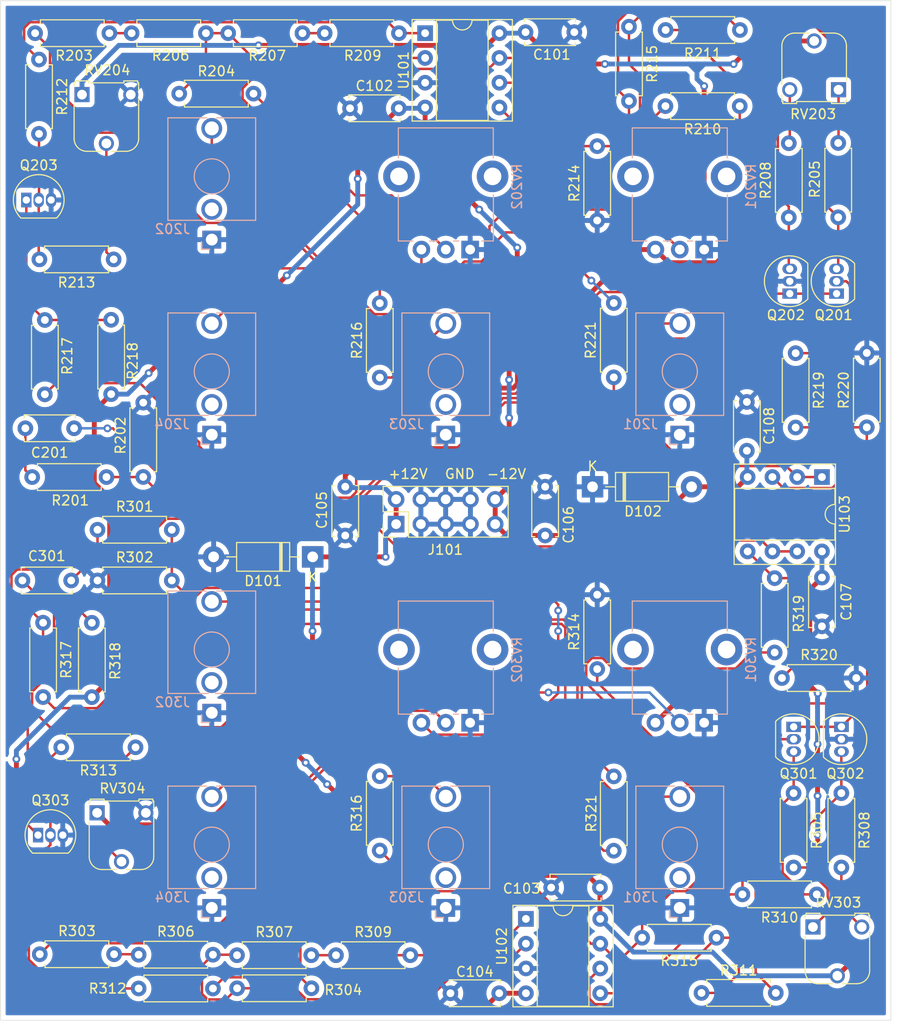
<source format=kicad_pcb>
(kicad_pcb (version 20211014) (generator pcbnew)
  (title_block (title "VCA") (date "2021-06-01") (rev "1.0"))
  (layers (0 "F.Cu" signal) (31 "B.Cu" signal) (34 "B.Paste" user) (35 "F.Paste" user) (36 "B.SilkS" user "B.Silkscreen") (37 "F.SilkS" user "F.Silkscreen") (38 "B.Mask" user) (39 "F.Mask" user) (44 "Edge.Cuts" user))
  (net 0 "")
  (net 1 "GND")
  (net 2 "+12V")
  (net 3 "-12V")
  (net 4 "Net-(C201-Pad2)")
  (net 5 "Net-(C201-Pad1)")
  (net 6 "Net-(C301-Pad1)")
  (net 7 "Net-(C301-Pad2)")
  (net 9 "Net-(J202-PadT)")
  (net 12 "Net-(J203-PadT)")
  (net 13 "Net-(J204-PadT)")
  (net 17 "Net-(J302-PadT)")
  (net 18 "Net-(J303-PadT)")
  (net 21 "Net-(J304-PadT)")
  (net 22 "Net-(Q201-Pad2)")
  (net 23 "Net-(Q201-Pad3)")
  (net 24 "Net-(Q201-Pad1)")
  (net 25 "Net-(Q202-Pad3)")
  (net 26 "Net-(Q203-Pad2)")
  (net 27 "Net-(Q203-Pad1)")
  (net 28 "Net-(Q301-Pad1)")
  (net 29 "Net-(Q301-Pad3)")
  (net 30 "Net-(Q301-Pad2)")
  (net 31 "Net-(Q302-Pad3)")
  (net 32 "Net-(Q303-Pad1)")
  (net 33 "Net-(Q303-Pad2)")
  (net 34 "Net-(R203-Pad2)")
  (net 35 "Net-(R203-Pad1)")
  (net 36 "Net-(R204-Pad1)")
  (net 37 "Net-(R204-Pad2)")
  (net 38 "Net-(R205-Pad2)")
  (net 39 "Net-(R207-Pad2)")
  (net 40 "Net-(R208-Pad2)")
  (net 41 "Net-(R209-Pad2)")
  (net 42 "Net-(R210-Pad2)")
  (net 43 "Net-(R211-Pad2)")
  (net 44 "Net-(R213-Pad1)")
  (net 45 "Net-(R215-Pad2)")
  (net 46 "Net-(R219-Pad2)")
  (net 47 "Net-(R221-Pad1)")
  (net 48 "Net-(R303-Pad2)")
  (net 49 "Net-(R303-Pad1)")
  (net 50 "Net-(R304-Pad1)")
  (net 51 "Net-(R304-Pad2)")
  (net 52 "Net-(R305-Pad2)")
  (net 53 "Net-(R307-Pad2)")
  (net 54 "Net-(R308-Pad2)")
  (net 55 "Net-(R309-Pad2)")
  (net 56 "Net-(R310-Pad2)")
  (net 57 "Net-(R311-Pad2)")
  (net 58 "Net-(R313-Pad1)")
  (net 59 "Net-(R315-Pad2)")
  (net 60 "Net-(R319-Pad2)")
  (net 61 "Net-(R321-Pad1)")
  (footprint "Capacitor_THT:C_Disc_D5.0mm_W2.5mm_P5.00mm" (layer "F.Cu") (at 160.932 48.224)
    (fp_text reference "C101")
    (fp_text value "10n")
  )
  (footprint "Capacitor_THT:C_Disc_D5.0mm_W2.5mm_P5.00mm" (layer "F.Cu") (at 147.932 56.024 180)
    (fp_text reference "C102")
    (fp_text value "10n")
  )
  (footprint "Capacitor_THT:C_Disc_D5.0mm_W2.5mm_P5.00mm" (layer "F.Cu") (at 168.562 135.904 180)
    (fp_text reference "C103")
    (fp_text value "10n")
  )
  (footprint "Capacitor_THT:C_Disc_D5.0mm_W2.5mm_P5.00mm" (layer "F.Cu") (at 158.232 146.734 180)
    (fp_text reference "C104")
    (fp_text value "10n")
  )
  (footprint "Capacitor_THT:C_Disc_D5.0mm_W2.5mm_P5.00mm" (layer "F.Cu") (at 142.442 94.814 -90)
    (fp_text reference "C105")
    (fp_text value "0.1u")
  )
  (footprint "Capacitor_THT:C_Disc_D5.0mm_W2.5mm_P5.00mm" (layer "F.Cu") (at 162.942 94.814 -90)
    (fp_text reference "C106")
    (fp_text value "0.1u")
  )
  (footprint "Capacitor_THT:C_Disc_D5.0mm_W2.5mm_P5.00mm" (layer "F.Cu") (at 191.332 104.124 -90)
    (fp_text reference "C107")
    (fp_text value "10n")
  )
  (footprint "Capacitor_THT:C_Disc_D5.0mm_W2.5mm_P5.00mm" (layer "F.Cu") (at 183.632 91.124 90)
    (fp_text reference "C108")
    (fp_text value "10n")
  )
  (footprint "Capacitor_THT:C_Disc_D5.0mm_W2.5mm_P5.00mm" (layer "F.Cu") (at 114.632 88.824 180)
    (fp_text reference "C201")
    (fp_text value "10u")
  )
  (footprint "Capacitor_THT:C_Disc_D5.0mm_W2.5mm_P5.00mm" (layer "F.Cu") (at 109.332 104.424)
    (fp_text reference "C301")
    (fp_text value "10u")
  )
  (footprint "Package_TO_SOT_THT:TO-92_Inline" (layer "F.Cu") (at 192.832 75.024 90)
    (fp_text reference "Q201")
    (fp_text value "2N3904")
  )
  (footprint "Package_TO_SOT_THT:TO-92_Inline" (layer "F.Cu") (at 188.032 75.024 90)
    (fp_text reference "Q202")
    (fp_text value "2N3904")
  )
  (footprint "Package_TO_SOT_THT:TO-92_Inline" (layer "F.Cu") (at 109.732 65.424)
    (fp_text reference "Q203")
    (fp_text value "2N3904")
  )
  (footprint "Package_TO_SOT_THT:TO-92_Inline" (layer "F.Cu") (at 188.432 119.424 -90)
    (fp_text reference "Q301")
    (fp_text value "2N3904")
  )
  (footprint "Package_TO_SOT_THT:TO-92_Inline" (layer "F.Cu") (at 193.332 119.424 -90)
    (fp_text reference "Q302")
    (fp_text value "2N3904")
  )
  (footprint "Package_TO_SOT_THT:TO-92_Inline" (layer "F.Cu") (at 110.932 130.524)
    (fp_text reference "Q303")
    (fp_text value "2N3904")
  )
  (footprint "Resistor_THT:R_Axial_DIN0207_L6.3mm_D2.5mm_P7.62mm_Horizontal" (layer "F.Cu") (at 110.332 93.824)
    (fp_text reference "R201")
    (fp_text value "220k")
  )
  (footprint "Resistor_THT:R_Axial_DIN0207_L6.3mm_D2.5mm_P7.62mm_Horizontal" (layer "F.Cu") (at 121.722 86.194 -90)
    (fp_text reference "R202")
    (fp_text value "1k")
  )
  (footprint "Resistor_THT:R_Axial_DIN0207_L6.3mm_D2.5mm_P7.62mm_Horizontal" (layer "F.Cu") (at 133.032 54.524 180)
    (fp_text reference "R204")
    (fp_text value "470k")
  )
  (footprint "Resistor_THT:R_Axial_DIN0207_L6.3mm_D2.5mm_P7.62mm_Horizontal" (layer "F.Cu") (at 193 67.2 90)
    (fp_text reference "R205")
    (fp_text value "150k")
  )
  (footprint "Resistor_THT:R_Axial_DIN0207_L6.3mm_D2.5mm_P7.62mm_Horizontal" (layer "F.Cu") (at 120.532 48.324)
    (fp_text reference "R206")
    (fp_text value "330k")
  )
  (footprint "Resistor_THT:R_Axial_DIN0207_L6.3mm_D2.5mm_P7.62mm_Horizontal" (layer "F.Cu") (at 130.432 48.324)
    (fp_text reference "R207")
    (fp_text value "100k")
  )
  (footprint "Resistor_THT:R_Axial_DIN0207_L6.3mm_D2.5mm_P7.62mm_Horizontal" (layer "F.Cu") (at 140.332 48.324)
    (fp_text reference "R209")
    (fp_text value "22k")
  )
  (footprint "Resistor_THT:R_Axial_DIN0207_L6.3mm_D2.5mm_P7.62mm_Horizontal" (layer "F.Cu") (at 111.032 51.024 -90)
    (fp_text reference "R212")
    (fp_text value "22k")
  )
  (footprint "Resistor_THT:R_Axial_DIN0207_L6.3mm_D2.5mm_P7.62mm_Horizontal" (layer "F.Cu") (at 118.692 71.514 180)
    (fp_text reference "R213")
    (fp_text value "22k")
  )
  (footprint "Resistor_THT:R_Axial_DIN0207_L6.3mm_D2.5mm_P7.62mm_Horizontal" (layer "F.Cu") (at 168.282 59.904 -90)
    (fp_text reference "R214")
    (fp_text value "330k")
  )
  (footprint "Resistor_THT:R_Axial_DIN0207_L6.3mm_D2.5mm_P7.62mm_Horizontal" (layer "F.Cu") (at 171.542 47.664 -90)
    (fp_text reference "R215")
    (fp_text value "330k")
  )
  (footprint "Resistor_THT:R_Axial_DIN0207_L6.3mm_D2.5mm_P7.62mm_Horizontal" (layer "F.Cu") (at 145.982 76.004 -90)
    (fp_text reference "R216")
    (fp_text value "1k")
  )
  (footprint "Resistor_THT:R_Axial_DIN0207_L6.3mm_D2.5mm_P7.62mm_Horizontal" (layer "F.Cu") (at 111.632 77.724 -90)
    (fp_text reference "R217")
    (fp_text value "22k")
  )
  (footprint "Resistor_THT:R_Axial_DIN0207_L6.3mm_D2.5mm_P7.62mm_Horizontal" (layer "F.Cu") (at 118.432 85.324 90)
    (fp_text reference "R218")
    (fp_text value "10k")
  )
  (footprint "Resistor_THT:R_Axial_DIN0207_L6.3mm_D2.5mm_P7.62mm_Horizontal" (layer "F.Cu") (at 188.632 81.124 -90)
    (fp_text reference "R219")
    (fp_text value "5.6k")
  )
  (footprint "Resistor_THT:R_Axial_DIN0207_L6.3mm_D2.5mm_P7.62mm_Horizontal" (layer "F.Cu") (at 195.932 88.724 90)
    (fp_text reference "R220")
    (fp_text value "1.5k")
  )
  (footprint "Resistor_THT:R_Axial_DIN0207_L6.3mm_D2.5mm_P7.62mm_Horizontal" (layer "F.Cu") (at 169.982 83.604 90)
    (fp_text reference "R221")
    (fp_text value "1k")
  )
  (footprint "Resistor_THT:R_Axial_DIN0207_L6.3mm_D2.5mm_P7.62mm_Horizontal" (layer "F.Cu") (at 117.032 99.224)
    (fp_text reference "R301")
    (fp_text value "220k")
  )
  (footprint "Resistor_THT:R_Axial_DIN0207_L6.3mm_D2.5mm_P7.62mm_Horizontal" (layer "F.Cu") (at 117.032 104.424)
    (fp_text reference "R302")
    (fp_text value "1k")
  )
  (footprint "Resistor_THT:R_Axial_DIN0207_L6.3mm_D2.5mm_P7.62mm_Horizontal" (layer "F.Cu") (at 111.112 142.734)
    (fp_text reference "R303")
    (fp_text value "220k")
  )
  (footprint "Resistor_THT:R_Axial_DIN0207_L6.3mm_D2.5mm_P7.62mm_Horizontal" (layer "F.Cu") (at 138.972 146.224 180)
    (fp_text reference "R304")
    (fp_text value "470k")
  )
  (footprint "Resistor_THT:R_Axial_DIN0207_L6.3mm_D2.5mm_P7.62mm_Horizontal" (layer "F.Cu") (at 188.422 126.224 -90)
    (fp_text reference "R305")
    (fp_text value "150k")
  )
  (footprint "Resistor_THT:R_Axial_DIN0207_L6.3mm_D2.5mm_P7.62mm_Horizontal" (layer "F.Cu") (at 121.252 142.784)
    (fp_text reference "R306")
    (fp_text value "330k")
  )
  (footprint "Resistor_THT:R_Axial_DIN0207_L6.3mm_D2.5mm_P7.62mm_Horizontal" (layer "F.Cu") (at 131.342 142.834)
    (fp_text reference "R307")
    (fp_text value "100k")
  )
  (footprint "Resistor_THT:R_Axial_DIN0207_L6.3mm_D2.5mm_P7.62mm_Horizontal" (layer "F.Cu") (at 193.322 126.224 -90)
    (fp_text reference "R308")
    (fp_text value "150k")
  )
  (footprint "Resistor_THT:R_Axial_DIN0207_L6.3mm_D2.5mm_P7.62mm_Horizontal" (layer "F.Cu") (at 141.492 142.834)
    (fp_text reference "R309")
    (fp_text value "22k")
  )
  (footprint "Resistor_THT:R_Axial_DIN0207_L6.3mm_D2.5mm_P7.62mm_Horizontal" (layer "F.Cu") (at 128.872 146.244 180)
    (fp_text reference "R312")
    (fp_text value "22k")
  )
  (footprint "Resistor_THT:R_Axial_DIN0207_L6.3mm_D2.5mm_P7.62mm_Horizontal" (layer "F.Cu") (at 120.932 121.524 180)
    (fp_text reference "R313")
    (fp_text value "22k")
  )
  (footprint "Resistor_THT:R_Axial_DIN0207_L6.3mm_D2.5mm_P7.62mm_Horizontal" (layer "F.Cu") (at 168.282 113.504 90)
    (fp_text reference "R314")
    (fp_text value "330k")
  )
  (footprint "Resistor_THT:R_Axial_DIN0207_L6.3mm_D2.5mm_P7.62mm_Horizontal" (layer "F.Cu") (at 180.512 141.044 180)
    (fp_text reference "R315")
    (fp_text value "330k")
  )
  (footprint "Resistor_THT:R_Axial_DIN0207_L6.3mm_D2.5mm_P7.62mm_Horizontal" (layer "F.Cu") (at 145.982 132.104 90)
    (fp_text reference "R316")
    (fp_text value "1k")
  )
  (footprint "Resistor_THT:R_Axial_DIN0207_L6.3mm_D2.5mm_P7.62mm_Horizontal" (layer "F.Cu") (at 111.452 108.754 -90)
    (fp_text reference "R317")
    (fp_text value "22k")
  )
  (footprint "Resistor_THT:R_Axial_DIN0207_L6.3mm_D2.5mm_P7.62mm_Horizontal" (layer "F.Cu") (at 116.452 116.384 90)
    (fp_text reference "R318")
    (fp_text value "10k")
  )
  (footprint "Resistor_THT:R_Axial_DIN0207_L6.3mm_D2.5mm_P7.62mm_Horizontal" (layer "F.Cu") (at 186.482 111.804 90)
    (fp_text reference "R319")
    (fp_text value "5.6k")
  )
  (footprint "Resistor_THT:R_Axial_DIN0207_L6.3mm_D2.5mm_P7.62mm_Horizontal" (layer "F.Cu") (at 187.232 114.424)
    (fp_text reference "R320")
    (fp_text value "1.5k")
  )
  (footprint "Resistor_THT:R_Axial_DIN0207_L6.3mm_D2.5mm_P7.62mm_Horizontal" (layer "F.Cu") (at 169.982 124.504 -90)
    (fp_text reference "R321")
    (fp_text value "1k")
  )
  (footprint "Potentiometer_THT:Potentiometer_Runtron_RM-065_Vertical" (layer "F.Cu") (at 193.032 54.124 180)
    (fp_text reference "RV203")
    (fp_text value "10k")
  )
  (footprint "Potentiometer_THT:Potentiometer_Runtron_RM-065_Vertical" (layer "F.Cu") (at 115.442 54.624)
    (fp_text reference "RV204")
    (fp_text value "10k")
  )
  (footprint "Potentiometer_THT:Potentiometer_Runtron_RM-065_Vertical" (layer "F.Cu") (at 190.412 139.944)
    (fp_text reference "RV303")
    (fp_text value "10k")
  )
  (footprint "Potentiometer_THT:Potentiometer_Runtron_RM-065_Vertical" (layer "F.Cu") (at 116.992 128.244)
    (fp_text reference "RV304")
    (fp_text value "10k")
  )
  (footprint "Package_DIP:DIP-8_W7.62mm_Socket" (layer "F.Cu") (at 150.632 48.324)
    (fp_text reference "U101")
    (fp_text value "TL072")
  )
  (footprint "Package_DIP:DIP-8_W7.62mm_Socket" (layer "F.Cu") (at 160.972 139.114)
    (fp_text reference "U102")
    (fp_text value "TL072")
  )
  (footprint "Package_DIP:DIP-8_W7.62mm_Socket" (layer "F.Cu") (at 191.332 93.824 -90)
    (fp_text reference "U103")
    (fp_text value "TL072")
  )
  (footprint "Resistor_THT:R_Axial_DIN0207_L6.3mm_D2.5mm_P7.62mm_Horizontal" (layer "F.Cu") (at 110.632 48.324)
    (fp_text reference "R203")
    (fp_text value "220k")
  )
  (footprint "Connector_PinHeader_2.54mm:PinHeader_2x05_P2.54mm_Vertical" (layer "F.Cu") (at 147.66 98.65 90)
    (fp_text reference "J101")
    (fp_text value "Conn_02x05_Odd_Even")
  )
  (footprint "Resistor_THT:R_Axial_DIN0207_L6.3mm_D2.5mm_P7.62mm_Horizontal" (layer "F.Cu") (at 187.932 67.224 90)
    (fp_text reference "R208")
    (fp_text value "150k")
  )
  (footprint "Diode_THT:D_DO-41_SOD81_P10.16mm_Horizontal" (layer "F.Cu") (at 139.102 102.004 180)
    (fp_text reference "D101")
    (fp_text value "1N5819")
  )
  (footprint "Diode_THT:D_DO-41_SOD81_P10.16mm_Horizontal" (layer "F.Cu") (at 167.802 94.824)
    (fp_text reference "D102")
    (fp_text value "1N5819")
  )
  (footprint "Resistor_THT:R_Axial_DIN0207_L6.3mm_D2.5mm_P7.62mm_Horizontal" (layer "F.Cu") (at 182.9 55.8 180)
    (fp_text reference "R210")
    (fp_text value "10k")
  )
  (footprint "Resistor_THT:R_Axial_DIN0207_L6.3mm_D2.5mm_P7.62mm_Horizontal" (layer "F.Cu") (at 175.3 48)
    (fp_text reference "R211")
    (fp_text value "10k")
  )
  (footprint "Resistor_THT:R_Axial_DIN0207_L6.3mm_D2.5mm_P7.62mm_Horizontal" (layer "F.Cu") (at 190.8 136.6 180)
    (fp_text reference "R310")
    (fp_text value "10k")
  )
  (footprint "Resistor_THT:R_Axial_DIN0207_L6.3mm_D2.5mm_P7.62mm_Horizontal" (layer "F.Cu") (at 186.6 146.7 180)
    (fp_text reference "R311")
    (fp_text value "10k")
  )
  (footprint "Connector_Audio:Jack_3.5mm_QingPu_WQP-PJ398SM_Vertical_CircularHoles" (layer "B.Cu") (at 176.752 89.484)
    (fp_text reference "J201")
    (fp_text value "AudioJack2_SwitchT")
  )
  (footprint "Connector_Audio:Jack_3.5mm_QingPu_WQP-PJ398SM_Vertical_CircularHoles" (layer "B.Cu") (at 152.752 89.484)
    (fp_text reference "J203")
    (fp_text value "AudioJack2_SwitchT")
  )
  (footprint "Connector_Audio:Jack_3.5mm_QingPu_WQP-PJ398SM_Vertical_CircularHoles" (layer "B.Cu") (at 128.752 89.484)
    (fp_text reference "J204")
    (fp_text value "AudioJack2_SwitchT")
  )
  (footprint "Connector_Audio:Jack_3.5mm_QingPu_WQP-PJ398SM_Vertical_CircularHoles" (layer "B.Cu") (at 176.752 137.984)
    (fp_text reference "J301")
    (fp_text value "AudioJack2_SwitchT")
  )
  (footprint "Connector_Audio:Jack_3.5mm_QingPu_WQP-PJ398SM_Vertical_CircularHoles" (layer "B.Cu") (at 128.752 117.984)
    (fp_text reference "J302")
    (fp_text value "AudioJack2_SwitchT")
  )
  (footprint "Connector_Audio:Jack_3.5mm_QingPu_WQP-PJ398SM_Vertical_CircularHoles" (layer "B.Cu") (at 152.752 137.984)
    (fp_text reference "J303")
    (fp_text value "AudioJack2_SwitchT")
  )
  (footprint "Connector_Audio:Jack_3.5mm_QingPu_WQP-PJ398SM_Vertical_CircularHoles" (layer "B.Cu") (at 128.752 137.984)
    (fp_text reference "J304")
    (fp_text value "AudioJack2_SwitchT")
  )
  (footprint "Potentiometer_THT:Potentiometer_Alpha_RD901F-40-00D_Single_Vertical_CircularHoles" (layer "B.Cu") (at 179.252 119.004 90)
    (fp_text reference "RV301")
    (fp_text value "50k")
  )
  (footprint "Potentiometer_THT:Potentiometer_Alpha_RD901F-40-00D_Single_Vertical_CircularHoles" (layer "B.Cu") (at 155.252 119.004 90)
    (fp_text reference "RV302")
    (fp_text value "50k")
  )
  (footprint "Potentiometer_THT:Potentiometer_Alpha_RD901F-40-00D_Single_Vertical_CircularHoles" (layer "B.Cu") (at 155.252 70.504 90)
    (fp_text reference "RV202")
    (fp_text value "50k")
  )
  (footprint "Potentiometer_THT:Potentiometer_Alpha_RD901F-40-00D_Single_Vertical_CircularHoles" (layer "B.Cu") (at 179.252 70.504 90)
    (fp_text reference "RV201")
    (fp_text value "50k")
  )
  (footprint "Connector_Audio:Jack_3.5mm_QingPu_WQP-PJ398SM_Vertical_CircularHoles" (layer "B.Cu") (at 128.752 69.484)
    (fp_text reference "J202")
    (fp_text value "AudioJack2_SwitchT")
  )
  (gr_line (start 107.1 45) (end 107.1 149.5) (layer "Edge.Cuts") (width 0.05))
  (gr_line (start 198.4 149.5) (end 198.4 45) (layer "Edge.Cuts") (width 0.05))
  (gr_line (start 198.4 45) (end 107.1 45) (layer "Edge.Cuts") (width 0.05))
  (gr_line (start 107.1 149.5) (end 198.4 149.5) (layer "Edge.Cuts") (width 0.05))
  (gr_text "+12V" (at 148.882 93.504) (layer "F.SilkS") (effects (font (size 1 1))))
  (gr_text "-12V" (at 158.982 93.504) (layer "F.SilkS") (effects (font (size 1 1))))
  (gr_text "GND" (at 154.192 93.504) (layer "F.SilkS") (effects (font (size 1 1))))
  (segment (start 179.25 64.972) (end 182.382 68.104) (width 0.5) (layer "F.Cu") (net 2))
  (segment (start 190.192001 115.493999) (end 190.292 115.394) (width 0.5) (layer "F.Cu") (net 2))
  (segment (start 179.25 53.75) (end 179.25 64.972) (width 0.5) (layer "F.Cu") (net 2))
  (segment (start 159.660001 84.704001) (end 158.202001 84.704001) (width 0.5) (layer "F.Cu") (net 2))
  (segment (start 137.078101 120.500101) (end 139.082 118.496202) (width 0.5) (layer "F.Cu") (net 2))
  (segment (start 182.272 51.494) (end 184.642 49.124) (width 0.5) (layer "F.Cu") (net 2))
  (segment (start 136.478101 121.200101) (end 136.478101 121.100101) (width 0.5) (layer "F.Cu") (net 2))
  (segment (start 190.081999 115.183999) (end 190.292 115.394) (width 0.5) (layer "F.Cu") (net 2))
  (segment (start 190.882 126.504) (end 190.882 121.204) (width 0.5) (layer "F.Cu") (net 2))
  (segment (start 188.817008 116.44899) (end 176.80701 116.44899) (width 0.5) (layer "F.Cu") (net 2))
  (segment (start 155.982 88.944002) (end 154.022002 90.904) (width 0.5) (layer "F.Cu") (net 2))
  (segment (start 139.102 102.004) (end 146.582 102.004) (width 0.5) (layer "F.Cu") (net 2))
  (segment (start 155.982 86.924002) (end 155.982 88.944002) (width 0.5) (layer "F.Cu") (net 2))
  (segment (start 154.892 128.804) (end 144.082 128.804) (width 0.5) (layer "F.Cu") (net 2))
  (segment (start 190.902 134.223812) (end 192.74699 136.068802) (width 0.5) (layer "F.Cu") (net 2))
  (segment (start 144.082 128.804) (end 140.582 125.304) (width 0.5) (layer "F.Cu") (net 2))
  (segment (start 154.022002 90.904) (end 145.182 90.904) (width 0.5) (layer "F.Cu") (net 2))
  (segment (start 125.816999 129.469001) (end 128.109201 129.469001) (width 0.5) (layer "F.Cu") (net 2))
  (segment (start 142.442 93.644) (end 142.442 94.814) (width 0.5) (layer "F.Cu") (net 2))
  (segment (start 147.66 96.11) (end 147.66 98.65) (width 0.5) (layer "F.Cu") (net 2))
  (segment (start 194.612 143.244) (end 192.912 144.944) (width 0.5) (layer "F.Cu") (net 2))
  (segment (start 136.882 121.604) (end 136.478101 121.200101) (width 0.5) (layer "F.Cu") (net 2))
  (segment (start 190.292 115.394) (end 190.902 116.004) (width 0.5) (layer "F.Cu") (net 2))
  (segment (start 172.072 70.504) (end 160.102001 82.473999) (width 0.5) (layer "F.Cu") (net 2))
  (segment (start 160.741999 134.653999) (end 154.892 128.804) (width 0.5) (layer "F.Cu") (net 2))
  (segment (start 194.612 141.464) (end 194.612 143.244) (width 0.5) (layer "F.Cu") (net 2))
  (segment (start 189.771999 115.493999) (end 190.081999 115.183999) (width 0.5) (layer "F.Cu") (net 2))
  (segment (start 189.771999 115.493999) (end 188.817008 116.44899) (width 0.5) (layer "F.Cu") (net 2))
  (segment (start 190.902 130.514) (end 190.902 134.223812) (width 0.5) (layer "F.Cu") (net 2))
  (segment (start 135.828101 121.750101) (end 136.478101 121.100101) (width 0.5) (layer "F.Cu") (net 2))
  (segment (start 160.102001 84.262001) (end 159.660001 84.704001) (width 0.5) (layer "F.Cu") (net 2))
  (segment (start 133.542 49.574) (end 157.002 49.574) (width 0.5) (layer "F.Cu") (net 2))
  (segment (start 139.082 109.604) (end 139.082 118.496202) (width 0.5) (layer "F.Cu") (net 2))
  (segment (start 145.182 90.904) (end 142.442 93.644) (width 0.5) (layer "F.Cu") (net 2))
  (segment (start 157.002 49.574) (end 158.252 48.324) (width 0.5) (layer "F.Cu") (net 2))
  (segment (start 167.311999 134.653999) (end 160.741999 134.653999) (width 0.5) (layer "F.Cu") (net 2))
  (segment (start 138.382 123.104) (end 136.882 121.604) (width 0.5) (layer "F.Cu") (net 2))
  (segment (start 189.771999 115.493999) (end 190.192001 115.493999) (width 0.5) (layer "F.Cu") (net 2))
  (segment (start 135.974202 121.604) (end 135.828101 121.750101) (width 0.5) (layer "F.Cu") (net 2))
  (segment (start 174.252 70.504) (end 175.602001 71.854001) (width 0.5) (layer "F.Cu") (net 2))
  (segment (start 191.332 104.124) (end 190.081999 105.374001) (width 0.5) (layer "F.Cu") (net 2))
  (segment (start 136.882 121.604) (end 135.974202 121.604) (width 0.5) (layer "F.Cu") (net 2))
  (segment (start 176.80701 116.44899) (end 174.252 119.004) (width 0.5) (layer "F.Cu") (net 2))
  (segment (start 160.932 48.224) (end 164.192 51.484) (width 0.5) (layer "F.Cu") (net 2))
  (segment (start 168.562 139.084) (end 168.592 139.114) (width 0.5) (layer "F.Cu") (net 2))
  (segment (start 160.102001 82.473999) (end 160.102001 84.262001) (width 0.5) (layer "F.Cu") (net 2))
  (segment (start 136.882 121.604) (end 136.882 120.696202) (width 0.5) (layer "F.Cu") (net 2))
  (segment (start 180.512001 71.854001) (end 182.382 69.984002) (width 0.5) (layer "F.Cu") (net 2))
  (segment (start 190.081999 105.374001) (end 190.081999 115.183999) (width 0.5) (layer "F.Cu") (net 2))
  (segment (start 184.642 49.124) (end 190.532 49.124) (width 0.5) (layer "F.Cu") (net 2))
  (segment (start 118.217001 129.469001) (end 116.992 128.244) (width 0.5) (layer "F.Cu") (net 2))
  (segment (start 136.478101 121.100101) (end 137.078101 120.500101) (width 0.5) (layer "F.Cu") (net 2))
  (segment (start 192.74699 136.068802) (end 192.74699 139.59899) (width 0.5) (layer "F.Cu") (net 2))
  (segment (start 128.109201 129.469001) (end 135.828101 121.750101) (width 0.5) (layer "F.Cu") (net 2))
  (segment (start 136.882 120.696202) (end 137.078101 120.500101) (width 0.5) (layer "F.Cu") (net 2))
  (segment (start 175.602001 71.854001) (end 180.512001 71.854001) (width 0.5) (layer "F.Cu") (net 2))
  (segment (start 164.192 51.484) (end 169.072 51.484) (width 0.5) (layer "F.Cu") (net 2))
  (segment (start 168.562 135.904) (end 167.311999 134.653999) (width 0.5) (layer "F.Cu") (net 2))
  (segment (start 158.202001 84.704001) (end 155.982 86.924002) (width 0.5) (layer "F.Cu") (net 2))
  (segment (start 168.562 135.904) (end 168.562 139.084) (width 0.5) (layer "F.Cu") (net 2))
  (segment (start 182.382 69.984002) (end 182.382 68.104) (width 0.5) (layer "F.Cu") (net 2))
  (segment (start 125.816999 129.469001) (end 118.217001 129.469001) (width 0.5) (layer "F.Cu") (net 2))
  (segment (start 174.252 70.504) (end 172.072 70.504) (width 0.5) (layer "F.Cu") (net 2))
  (segment (start 192.74699 139.59899) (end 194.612 141.464) (width 0.5) (layer "F.Cu") (net 2))
  (via (at 138.382 123.104) (size 0.8) (drill 0.4) (layers "F.Cu" "B.Cu") (net 2))
  (via (at 190.902 130.514) (size 0.8) (drill 0.4) (layers "F.Cu" "B.Cu") (net 2))
  (via (at 146.582 102.004) (size 0.8) (drill 0.4) (layers "F.Cu" "B.Cu") (net 2))
  (via (at 190.902 116.004) (size 0.8) (drill 0.4) (layers "F.Cu" "B.Cu") (net 2))
  (via (at 179.25 53.75) (size 0.8) (drill 0.4) (layers "F.Cu" "B.Cu") (net 2))
  (via (at 182.272 51.494) (size 0.8) (drill 0.4) (layers "F.Cu" "B.Cu") (net 2))
  (via (at 169.072 51.484) (size 0.8) (drill 0.4) (layers "F.Cu" "B.Cu") (net 2))
  (via (at 139.082 109.604) (size 0.8) (drill 0.4) (layers "F.Cu" "B.Cu") (net 2))
  (via (at 140.582 125.304) (size 0.8) (drill 0.4) (layers "F.Cu" "B.Cu") (net 2))
  (via (at 190.882 126.504) (size 0.8) (drill 0.4) (layers "F.Cu" "B.Cu") (net 2))
  (via (at 190.882 121.204) (size 0.8) (drill 0.4) (layers "F.Cu" "B.Cu") (net 2))
  (via (at 133.542 49.574) (size 0.8) (drill 0.4) (layers "F.Cu" "B.Cu") (net 2))
  (segment (start 192.912 144.944) (end 182.522 144.944) (width 0.5) (layer "B.Cu") (net 2))
  (segment (start 139.082 108.004) (end 139.082 109.604) (width 0.5) (layer "B.Cu") (net 2))
  (segment (start 119.216999 49.574001) (end 133.541999 49.574001) (width 0.5) (layer "B.Cu") (net 2))
  (segment (start 158.252 48.324) (end 160.832 48.324) (width 0.5) (layer "B.Cu") (net 2))
  (segment (start 178.516 51.484) (end 178.516 52.234) (width 0.5) (layer "B.Cu") (net 2))
  (segment (start 142.532 94.904) (end 142.442 94.814) (width 0.5) (layer "B.Cu") (net 2))
  (segment (start 171.992001 142.514001) (end 168.592 139.114) (width 0.5) (layer "B.Cu") (net 2))
  (segment (start 139.082 102.024) (end 139.102 102.004) (width 0.5) (layer "B.Cu") (net 2))
  (segment (start 147.66 96.11) (end 146.454 94.904) (width 0.5) (layer "B.Cu") (net 2))
  (segment (start 182.262 51.484) (end 182.272 51.494) (width 0.5) (layer "B.Cu") (net 2))
  (segment (start 169.072 51.484) (end 177.734 51.484) (width 0.5) (layer "B.Cu") (net 2))
  (segment (start 191.332 101.444) (end 191.332 104.124) (width 0.5) (layer "B.Cu") (net 2))
  (segment (start 146.582 99.728) (end 147.66 98.65) (width 0.5) (layer "B.Cu") (net 2))
  (segment (start 133.541999 49.574001) (end 133.542 49.574) (width 0.5) (layer "B.Cu") (net 2))
  (segment (start 178.516 52.234) (end 178.516 53.016) (width 0.5) (layer "B.Cu") (net 2))
  (segment (start 115.442 53.349) (end 119.216999 49.574001) (width 0.5) (layer "B.Cu") (net 2))
  (segment (start 178.484 52.234) (end 178.516 52.234) (width 0.5) (layer "B.Cu") (net 2))
  (segment (start 182.522 144.944) (end 180.092001 142.514001) (width 0.5) (layer "B.Cu") (net 2))
  (segment (start 115.442 54.624) (end 115.442 53.349) (width 0.5) (layer "B.Cu") (net 2))
  (segment (start 178.516 53.016) (end 179.25 53.75) (width 0.5) (layer "B.Cu") (net 2))
  (segment (start 140.582 125.304) (end 138.382 123.104) (width 0.5) (layer "B.Cu") (net 2))
  (segment (start 178.516 52.234) (end 179.266 51.484) (width 0.5) (layer "B.Cu") (net 2))
  (segment (start 190.882 116.024) (end 190.902 116.004) (width 0.5) (layer "B.Cu") (net 2))
  (segment (start 139.082 108.004) (end 139.082 102.024) (width 0.5) (layer "B.Cu") (net 2))
  (segment (start 177.734 51.484) (end 178.516 51.484) (width 0.5) (layer "B.Cu") (net 2))
  (segment (start 190.882 121.204) (end 190.882 116.024) (width 0.5) (layer "B.Cu") (net 2))
  (segment (start 146.454 94.904) (end 142.532 94.904) (width 0.5) (layer "B.Cu") (net 2))
  (segment (start 146.582 102.004) (end 146.582 99.728) (width 0.5) (layer "B.Cu") (net 2))
  (segment (start 190.902 126.524) (end 190.882 126.504) (width 0.5) (layer "B.Cu") (net 2))
  (segment (start 160.832 48.324) (end 160.932 48.224) (width 0.5) (layer "B.Cu") (net 2))
  (segment (start 177.734 51.484) (end 178.484 52.234) (width 0.5) (layer "B.Cu") (net 2))
  (segment (start 180.092001 142.514001) (end 171.992001 142.514001) (width 0.5) (layer "B.Cu") (net 2))
  (segment (start 190.902 130.514) (end 190.902 126.524) (width 0.5) (layer "B.Cu") (net 2))
  (segment (start 179.266 51.484) (end 182.262 51.484) (width 0.5) (layer "B.Cu") (net 2))
  (segment (start 178.516 51.484) (end 179.266 51.484) (width 0.5) (layer "B.Cu") (net 2))
  (segment (start 108.712 142.812188) (end 108.712 122.734) (width 0.5) (layer "F.Cu") (net 3))
  (segment (start 157.82 96.11) (end 157.82 98.65) (width 0.5) (layer "F.Cu") (net 3))
  (segment (start 122.282 83.174) (end 125.442 80.014) (width 0.5) (layer "F.Cu") (net 3))
  (segment (start 143.722 63.254) (end 143.722 60.234) (width 0.5) (layer "F.Cu") (net 3))
  (segment (start 172.986 99.8) (end 177.962 94.824) (width 0.5) (layer "F.Cu") (net 3))
  (segment (start 116.701999 87.054001) (end 118.432 85.324) (width 0.5) (layer "F.Cu") (net 3))
  (segment (start 159.25 87.75) (end 159.25 94.676) (width 0.5) (layer "F.Cu") (net 3))
  (segment (start 162.932 99.804) (end 162.942 99.814) (width 0.5) (layer "F.Cu") (net 3))
  (segment (start 162.942 99.814) (end 172.972 99.814) (width 0.5) (layer "F.Cu") (net 3))
  (segment (start 150.632 60.854) (end 150.632 55.944) (width 0.5) (layer "F.Cu") (net 3))
  (segment (start 157.82 98.65) (end 158.974 99.804) (width 0.5) (layer "F.Cu") (net 3))
  (segment (start 156.591979 148.374021) (end 114.273833 148.374021) (width 0.5) (layer "F.Cu") (net 3))
  (segment (start 182.712 94.824) (end 183.712 93.824) (width 0.5) (layer "F.Cu") (net 3))
  (segment (start 172.972 99.814) (end 172.986 99.8) (width 0.5) (layer "F.Cu") (net 3))
  (segment (start 158.232 146.734) (end 156.591979 148.374021) (width 0.5) (layer "F.Cu") (net 3))
  (segment (start 159.252 82.334038) (end 159.252 83.854) (width 0.5) (layer "F.Cu") (net 3))
  (segment (start 116.701999 94.424001) (end 116.701999 87.054001) (width 0.5) (layer "F.Cu") (net 3))
  (segment (start 129.592 80.014) (end 136.452 73.154) (width 0.5) (layer "F.Cu") (net 3))
  (segment (start 118.282001 114.553999) (end 118.282001 96.004003) (width 0.5) (layer "F.Cu") (net 3))
  (segment (start 118.282001 96.004003) (end 116.701999 94.424001) (width 0.5) (layer "F.Cu") (net 3))
  (segment (start 158.974 99.804) (end 162.932 99.804) (width 0.5) (layer "F.Cu") (net 3))
  (segment (start 125.442 80.014) (end 129.592 80.014) (width 0.5) (layer "F.Cu") (net 3))
  (segment (start 160.082 70.304) (end 160.082 81.504038) (width 0.5) (layer "F.Cu") (net 3))
  (segment (start 143.722 60.234) (end 147.932 56.024) (width 0.5) (layer "F.Cu") (net 3))
  (segment (start 116.452 116.384) (end 118.282001 114.553999) (width 0.5) (layer "F.Cu") (net 3))
  (segment (start 156.182 66.404) (end 150.632 60.854) (width 0.5) (layer "F.Cu") (net 3))
  (segment (start 158.232 146.734) (end 160.972 146.734) (width 0.5) (layer "F.Cu") (net 3))
  (segment (start 177.962 94.824) (end 182.712 94.824) (width 0.5) (layer "F.Cu") (net 3))
  (segment (start 159.25 94.676) (end 159.252 94.678) (width 0.5) (layer "F.Cu") (net 3))
  (segment (start 114.273833 148.374021) (end 108.712 142.812188) (width 0.5) (layer "F.Cu") (net 3))
  (segment (start 160.082 81.504038) (end 159.252 82.334038) (width 0.5) (layer "F.Cu") (net 3))
  (segment (start 159.252 94.678) (end 157.82 96.11) (width 0.5) (layer "F.Cu") (net 3))
  (via (at 136.452 73.154) (size 0.8) (drill 0.4) (layers "F.Cu" "B.Cu") (net 3))
  (via (at 143.722 63.254) (size 0.8) (drill 0.4) (layers "F.Cu" "B.Cu") (net 3))
  (via (at 159.252 83.854) (size 0.8) (drill 0.4) (layers "F.Cu" "B.Cu") (net 3))
  (via (at 108.712 122.734) (size 0.8) (drill 0.4) (layers "F.Cu" "B.Cu") (net 3))
  (via (at 160.082 70.304) (size 0.8) (drill 0.4) (layers "F.Cu" "B.Cu") (net 3))
  (via (at 159.25 87.75) (size 0.8) (drill 0.4) (layers "F.Cu" "B.Cu") (net 3))
  (via (at 156.182 66.404) (size 0.8) (drill 0.4) (layers "F.Cu" "B.Cu") (net 3))
  (via (at 122.282 83.174) (size 0.8) (drill 0.4) (layers "F.Cu" "B.Cu") (net 3))
  (segment (start 183.632 93.744) (end 183.712 93.824) (width 0.5) (layer "B.Cu") (net 3))
  (segment (start 159.252 83.854) (end 159.252 87.748) (width 0.5) (layer "B.Cu") (net 3))
  (segment (start 143.722 65.884) (end 143.722 63.254) (width 0.5) (layer "B.Cu") (net 3))
  (segment (start 147.932 56.024) (end 150.552 56.024) (width 0.5) (layer "B.Cu") (net 3))
  (segment (start 150.552 56.024) (end 150.632 55.944) (width 0.5) (layer "B.Cu") (net 3))
  (segment (start 108.712 121.864) (end 114.192 116.384) (width 0.5) (layer "B.Cu") (net 3))
  (segment (start 183.632 91.124) (end 183.632 93.744) (width 0.5) (layer "B.Cu") (net 3))
  (segment (start 114.192 116.384) (end 116.452 116.384) (width 0.5) (layer "B.Cu") (net 3))
  (segment (start 156.182 66.404) (end 160.082 70.304) (width 0.5) (layer "B.Cu") (net 3))
  (segment (start 136.452 73.154) (end 143.722 65.884) (width 0.5) (layer "B.Cu") (net 3))
  (segment (start 159.252 87.748) (end 159.25 87.75) (width 0.5) (layer "B.Cu") (net 3))
  (segment (start 120.132 85.324) (end 122.282 83.174) (width 0.5) (layer "B.Cu") (net 3))
  (segment (start 118.432 85.324) (end 120.132 85.324) (width 0.5) (layer "B.Cu") (net 3))
  (segment (start 108.712 122.734) (end 108.712 121.864) (width 0.5) (layer "B.Cu") (net 3))
  (segment (start 109.632 93.124) (end 110.332 93.824) (width 0.25) (layer "F.Cu") (net 4))
  (segment (start 109.632 88.824) (end 109.632 93.124) (width 0.25) (layer "F.Cu") (net 4))
  (segment (start 160.084578 85.72902) (end 161.152 84.661598) (width 0.25) (layer "F.Cu") (net 5))
  (segment (start 165.941596 78.084) (end 176.752 78.084) (width 0.25) (layer "F.Cu") (net 5))
  (segment (start 161.152 84.661598) (end 161.152 82.873596) (width 0.25) (layer "F.Cu") (net 5))
  (segment (start 147.628392 91.92902) (end 154.446579 91.929019) (width 0.25) (layer "F.Cu") (net 5))
  (segment (start 154.446579 91.929019) (end 157.00702 89.368578) (width 0.25) (layer "F.Cu") (net 5))
  (segment (start 157.00702 89.368578) (end 157.00702 87.348578) (width 0.25) (layer "F.Cu") (net 5))
  (segment (start 158.626577 85.729021) (end 160.084578 85.72902) (width 0.25) (layer "F.Cu") (net 5))
  (segment (start 161.152 82.873596) (end 165.941596 78.084) (width 0.25) (layer "F.Cu") (net 5))
  (segment (start 118.617685 88.834) (end 126.172696 96.389011) (width 0.25) (layer "F.Cu") (net 5))
  (segment (start 143.168402 96.38901) (end 147.628392 91.92902) (width 0.25) (layer "F.Cu") (net 5))
  (segment (start 157.00702 87.348578) (end 158.626577 85.729021) (width 0.25) (layer "F.Cu") (net 5))
  (segment (start 118.052 88.834) (end 118.617685 88.834) (width 0.25) (layer "F.Cu") (net 5))
  (segment (start 126.172696 96.389011) (end 143.168402 96.38901) (width 0.25) (layer "F.Cu") (net 5))
  (via (at 118.052 88.834) (size 0.8) (drill 0.4) (layers "F.Cu" "B.Cu") (net 5))
  (segment (start 118.042 88.824) (end 118.052 88.834) (width 0.25) (layer "B.Cu") (net 5))
  (segment (start 114.632 88.824) (end 118.042 88.824) (width 0.25) (layer "B.Cu") (net 5))
  (segment (start 129.737002 119.464) (end 135.182 114.019002) (width 0.25) (layer "F.Cu") (net 6))
  (segment (start 166.25698 122.443982) (end 170.396998 126.584) (width 0.25) (layer "F.Cu") (net 6))
  (segment (start 112.577001 107.669001) (end 112.577001 113.583997) (width 0.25) (layer "F.Cu") (net 6))
  (segment (start 112.152 119.464) (end 129.737002 119.464) (width 0.25) (layer "F.Cu") (net 6))
  (segment (start 112.577001 113.583997) (end 110.326999 115.833999) (width 0.25) (layer "F.Cu") (net 6))
  (segment (start 137.082 107.404) (end 158.582 107.404) (width 0.25) (layer "F.Cu") (net 6))
  (segment (start 135.182 109.304) (end 137.082 107.404) (width 0.25) (layer "F.Cu") (net 6))
  (segment (start 170.396998 126.584) (end 176.752 126.584) (width 0.25) (layer "F.Cu") (net 6))
  (segment (start 110.326999 115.833999) (end 110.326999 117.638999) (width 0.25) (layer "F.Cu") (net 6))
  (segment (start 164.816401 108.428989) (end 166.25698 109.869568) (width 0.25) (layer "F.Cu") (net 6))
  (segment (start 135.182 114.019002) (end 135.182 109.304) (width 0.25) (layer "F.Cu") (net 6))
  (segment (start 158.582 107.404) (end 159.606989 108.428989) (width 0.25) (layer "F.Cu") (net 6))
  (segment (start 159.606989 108.428989) (end 164.816401 108.428989) (width 0.25) (layer "F.Cu") (net 6))
  (segment (start 166.25698 109.869568) (end 166.25698 122.443982) (width 0.25) (layer "F.Cu") (net 6))
  (segment (start 110.326999 117.638999) (end 112.152 119.464) (width 0.25) (layer "F.Cu") (net 6))
  (segment (start 109.332 104.424) (end 112.577001 107.669001) (width 0.25) (layer "F.Cu") (net 6))
  (segment (start 117.032 101.724) (end 114.332 104.424) (width 0.25) (layer "F.Cu") (net 7))
  (segment (start 117.032 99.224) (end 117.032 101.724) (width 0.25) (layer "F.Cu") (net 7))
  (segment (start 128.752 58.084) (end 128.752 60.439002) (width 0.25) (layer "F.Cu") (net 9))
  (segment (start 150.252 70.504) (end 150.252 75.504) (width 0.25) (layer "F.Cu") (net 9))
  (segment (start 128.752 60.439002) (end 145.441999 77.129001) (width 0.25) (layer "F.Cu") (net 9))
  (segment (start 145.441999 77.129001) (end 148.626999 77.129001) (width 0.25) (layer "F.Cu") (net 9))
  (segment (start 150.252 75.504) (end 148.626999 77.129001) (width 0.25) (layer "F.Cu") (net 9))
  (segment (start 147.212 83.624) (end 152.752 78.084) (width 0.25) (layer "F.Cu") (net 12))
  (segment (start 145.982 83.624) (end 147.212 83.624) (width 0.25) (layer "F.Cu") (net 12))
  (segment (start 134.407001 72.428999) (end 128.752 78.084) (width 0.25) (layer "F.Cu") (net 13))
  (segment (start 148.999801 78.029019) (end 145.0692 78.02902) (width 0.25) (layer "F.Cu") (net 13))
  (segment (start 157.68201 71.095402) (end 156.598402 72.17901) (width 0.25) (layer "F.Cu") (net 13))
  (segment (start 156.598402 72.17901) (end 154.849809 72.179011) (width 0.25) (layer "F.Cu") (net 13))
  (segment (start 154.849809 72.179011) (end 148.999801 78.029019) (width 0.25) (layer "F.Cu") (net 13))
  (segment (start 167.682 73.684) (end 162.746999 68.748999) (width 0.25) (layer "F.Cu") (net 13))
  (segment (start 158.873999 68.748999) (end 157.68201 69.940988) (width 0.25) (layer "F.Cu") (net 13))
  (segment (start 139.469177 72.428999) (end 134.407001 72.428999) (width 0.25) (layer "F.Cu") (net 13))
  (segment (start 145.0692 78.02902) (end 139.469177 72.428999) (width 0.25) (layer "F.Cu") (net 13))
  (segment (start 162.746999 68.748999) (end 158.873999 68.748999) (width 0.25) (layer "F.Cu") (net 13))
  (segment (start 157.68201 69.940988) (end 157.68201 71.095402) (width 0.25) (layer "F.Cu") (net 13))
  (via (at 167.682 73.684) (size 0.8) (drill 0.4) (layers "F.Cu" "B.Cu") (net 13))
  (segment (start 169.982 75.984) (end 167.682 73.684) (width 0.25) (layer "B.Cu") (net 13))
  (segment (start 163.962 106.584) (end 164.282 106.904) (width 0.25) (layer "F.Cu") (net 17))
  (segment (start 164.282 106.904) (end 164.282 107.504) (width 0.25) (layer "F.Cu") (net 17))
  (segment (start 151.477001 120.229001) (end 150.252 119.004) (width 0.25) (layer "F.Cu") (net 17))
  (segment (start 160.030001 120.229001) (end 151.477001 120.229001) (width 0.25) (layer "F.Cu") (net 17))
  (segment (start 162.862 106.584) (end 163.662 106.584) (width 0.25) (layer "F.Cu") (net 17))
  (segment (start 164.282 109.604) (end 164.282 115.977002) (width 0.25) (layer "F.Cu") (net 17))
  (segment (start 155.510602 106.584) (end 162.862 106.584) (width 0.25) (layer "F.Cu") (net 17))
  (segment (start 155.510602 106.584) (end 128.752 106.584) (width 0.25) (layer "F.Cu") (net 17))
  (segment (start 164.282 115.977002) (end 160.030001 120.229001) (width 0.25) (layer "F.Cu") (net 17))
  (segment (start 163.662 106.584) (end 163.962 106.584) (width 0.25) (layer "F.Cu") (net 17))
  (via (at 164.282 107.504) (size 0.8) (drill 0.4) (layers "F.Cu" "B.Cu") (net 17))
  (via (at 164.282 109.604) (size 0.8) (drill 0.4) (layers "F.Cu" "B.Cu") (net 17))
  (segment (start 164.282 107.504) (end 164.282 109.604) (width 0.25) (layer "B.Cu") (net 17))
  (segment (start 150.652 124.484) (end 152.752 126.584) (width 0.25) (layer "F.Cu") (net 18))
  (segment (start 145.982 124.484) (end 150.652 124.484) (width 0.25) (layer "F.Cu") (net 18))
  (segment (start 128.752 126.584) (end 136.982 118.354) (width 0.25) (layer "F.Cu") (net 21))
  (segment (start 168.952002 132.124) (end 169.982 132.124) (width 0.25) (layer "F.Cu") (net 21))
  (segment (start 164.630001 108.878999) (end 165.007001 109.255999) (width 0.25) (layer "F.Cu") (net 21))
  (segment (start 136.982 109.504) (end 137.607001 108.878999) (width 0.25) (layer "F.Cu") (net 21))
  (segment (start 165.007001 128.178999) (end 168.952002 132.124) (width 0.25) (layer "F.Cu") (net 21))
  (segment (start 136.982 118.354) (end 136.982 109.504) (width 0.25) (layer "F.Cu") (net 21))
  (segment (start 165.007001 109.255999) (end 165.007001 128.178999) (width 0.25) (layer "F.Cu") (net 21))
  (segment (start 137.607001 108.878999) (end 164.630001 108.878999) (width 0.25) (layer "F.Cu") (net 21))
  (segment (start 192.832 73.754) (end 193.832 73.754) (width 0.25) (layer "F.Cu") (net 22))
  (segment (start 160.270977 86.179029) (end 166.816997 79.633009) (width 0.25) (layer "F.Cu") (net 22))
  (segment (start 142.918821 97.275001) (end 147.814794 92.379028) (width 0.25) (layer "F.Cu") (net 22))
  (segment (start 147.814794 92.379028) (end 154.632978 92.379028) (width 0.25) (layer "F.Cu") (net 22))
  (segment (start 154.632978 92.379028) (end 157.457029 89.554979) (width 0.25) (layer "F.Cu") (net 22))
  (segment (start 194.922 76.604) (end 194.922 74.844) (width 0.25) (layer "F.Cu") (net 22))
  (segment (start 157.45703 87.534978) (end 158.812979 86.179029) (width 0.25) (layer "F.Cu") (net 22))
  (segment (start 193.832 73.754) (end 194.922 74.844) (width 0.25) (layer "F.Cu") (net 22))
  (segment (start 117.952 93.824) (end 121.712 93.824) (width 0.25) (layer "F.Cu") (net 22))
  (segment (start 166.816997 79.633009) (end 191.892991 79.633009) (width 0.25) (layer "F.Cu") (net 22))
  (segment (start 191.892991 79.633009) (end 194.922 76.604) (width 0.25) (layer "F.Cu") (net 22))
  (segment (start 157.457029 89.554979) (end 157.45703 87.534978) (width 0.25) (layer "F.Cu") (net 22))
  (segment (start 125.183001 97.275001) (end 142.918821 97.275001) (width 0.25) (layer "F.Cu") (net 22))
  (segment (start 121.712 93.824) (end 121.722 93.814) (width 0.25) (layer "F.Cu") (net 22))
  (segment (start 121.722 93.814) (end 125.183001 97.275001) (width 0.25) (layer "F.Cu") (net 22))
  (segment (start 158.812979 86.179029) (end 160.270977 86.179029) (width 0.25) (layer "F.Cu") (net 22))
  (segment (start 186.806999 61.006999) (end 193 67.2) (width 0.25) (layer "F.Cu") (net 23))
  (segment (start 175.3 48) (end 177.078 48) (width 0.25) (layer "F.Cu") (net 23))
  (segment (start 193 67.2) (end 193 72.316) (width 0.25) (layer "F.Cu") (net 23))
  (segment (start 186.806999 57.728999) (end 186.806999 61.006999) (width 0.25) (layer "F.Cu") (net 23))
  (segment (start 177.078 48) (end 186.806999 57.728999) (width 0.25) (layer "F.Cu") (net 23))
  (segment (start 193 72.316) (end 192.832 72.484) (width 0.25) (layer "F.Cu") (net 23))
  (segment (start 143.567001 93.332185) (end 145.420176 91.47901) (width 0.25) (layer "F.Cu") (net 24))
  (segment (start 132.741999 95.939001) (end 142.982001 95.939001) (width 0.25) (layer "F.Cu") (net 24))
  (segment (start 143.567001 95.354001) (end 143.567001 93.332185) (width 0.25) (layer "F.Cu") (net 24))
  (segment (start 121.392001 84.198999) (end 127.461999 90.268997) (width 0.25) (layer "F.Cu") (net 24))
  (segment (start 145.420176 91.47901) (end 154.260178 91.47901) (width 0.25) (layer "F.Cu") (net 24))
  (segment (start 154.260178 91.47901) (end 156.55701 89.182178) (width 0.25) (layer "F.Cu") (net 24))
  (segment (start 156.55701 87.162178) (end 158.440177 85.279011) (width 0.25) (layer "F.Cu") (net 24))
  (segment (start 168.530187 74.858999) (end 160.677011 82.712175) (width 0.25) (layer "F.Cu") (net 24))
  (segment (start 111.632 85.344) (end 112.777001 84.198999) (width 0.25) (layer "F.Cu") (net 24))
  (segment (start 185.106999 74.858999) (end 185.272 75.024) (width 0.25) (layer "F.Cu") (net 24))
  (segment (start 188.032 75.024) (end 192.832 75.024) (width 0.25) (layer "F.Cu") (net 24))
  (segment (start 160.677011 84.500177) (end 160.677011 82.712175) (width 0.25) (layer "F.Cu") (net 24))
  (segment (start 158.440177 85.279011) (end 159.898177 85.279011) (width 0.25) (layer "F.Cu") (net 24))
  (segment (start 112.777001 84.198999) (end 121.392001 84.198999) (width 0.25) (layer "F.Cu") (net 24))
  (segment (start 159.898177 85.279011) (end 160.677011 84.500177) (width 0.25) (layer "F.Cu") (net 24))
  (segment (start 185.272 75.024) (end 188.032 75.024) (width 0.25) (layer "F.Cu") (net 24))
  (segment (start 127.461999 90.659001) (end 132.741999 95.939001) (width 0.25) (layer "F.Cu") (net 24))
  (segment (start 156.55701 89.182178) (end 156.55701 87.162178) (width 0.25) (layer "F.Cu") (net 24))
  (segment (start 142.982001 95.939001) (end 143.567001 95.354001) (width 0.25) (layer "F.Cu") (net 24))
  (segment (start 127.461999 90.268997) (end 127.461999 90.659001) (width 0.25) (layer "F.Cu") (net 24))
  (segment (start 185.106999 74.858999) (end 168.530187 74.858999) (width 0.25) (layer "F.Cu") (net 24))
  (segment (start 187.932 72.384) (end 188.032 72.484) (width 0.25) (layer "F.Cu") (net 25))
  (segment (start 182.9 61.06063) (end 182.9 55.8) (width 0.25) (layer "F.Cu") (net 25))
  (segment (start 187.932 67.224) (end 187.932 66.09263) (width 0.25) (layer "F.Cu") (net 25))
  (segment (start 187.932 67.224) (end 187.932 72.384) (width 0.25) (layer "F.Cu") (net 25))
  (segment (start 187.932 66.09263) (end 182.9 61.06063) (width 0.25) (layer "F.Cu") (net 25))
  (segment (start 111.032 58.644) (end 111.032 65.394) (width 0.25) (layer "F.Cu") (net 26))
  (segment (start 111.002 65.424) (end 111.002 71.444) (width 0.25) (layer "F.Cu") (net 26))
  (segment (start 111.002 71.444) (end 111.072 71.514) (width 0.25) (layer "F.Cu") (net 26))
  (segment (start 111.032 65.394) (end 111.002 65.424) (width 0.25) (layer "F.Cu") (net 26))
  (segment (start 118.412 77.724) (end 118.432 77.704) (width 0.25) (layer "F.Cu") (net 27))
  (segment (start 109.732 65.424) (end 109.732 75.824) (width 0.25) (layer "F.Cu") (net 27))
  (segment (start 111.632 77.724) (end 118.412 77.724) (width 0.25) (layer "F.Cu") (net 27))
  (segment (start 109.732 75.824) (end 111.632 77.724) (width 0.25) (layer "F.Cu") (net 27))
  (segment (start 122.006999 100.203999) (end 124.111999 98.098999) (width 0.25) (layer "F.Cu") (net 28))
  (segment (start 144.823997 98.098999) (end 147.663999 100.939001) (width 0.25) (layer "F.Cu") (net 28))
  (segment (start 195.977001 100.309001) (end 195.977001 116.778999) (width 0.25) (layer "F.Cu") (net 28))
  (segment (start 195.977001 116.778999) (end 193.332 119.424) (width 0.25) (layer "F.Cu") (net 28))
  (segment (start 193.332 119.424) (end 188.432 119.424) (width 0.25) (layer "F.Cu") (net 28))
  (segment (start 192.942 97.274) (end 195.977001 100.309001) (width 0.25) (layer "F.Cu") (net 28))
  (segment (start 124.111999 98.098999) (end 144.823997 98.098999) (width 0.25) (layer "F.Cu") (net 28))
  (segment (start 112.587001 117.509001) (end 116.992001 117.509001) (width 0.25) (layer "F.Cu") (net 28))
  (segment (start 177.072 97.274) (end 192.942 97.274) (width 0.25) (layer "F.Cu") (net 28))
  (segment (start 122.006999 112.494003) (end 122.006999 100.203999) (width 0.25) (layer "F.Cu") (net 28))
  (segment (start 116.992001 117.509001) (end 122.006999 112.494003) (width 0.25) (layer "F.Cu") (net 28))
  (segment (start 147.663999 100.939001) (end 173.406999 100.939001) (width 0.25) (layer "F.Cu") (net 28))
  (segment (start 111.452 116.374) (end 112.587001 117.509001) (width 0.25) (layer "F.Cu") (net 28))
  (segment (start 173.406999 100.939001) (end 177.072 97.274) (width 0.25) (layer "F.Cu") (net 28))
  (segment (start 188.432 121.964) (end 188.432 126.214) (width 0.25) (layer "F.Cu") (net 29))
  (segment (start 184.536999 130.109001) (end 184.536999 144.636999) (width 0.25) (layer "F.Cu") (net 29))
  (segment (start 184.536999 144.636999) (end 186.6 146.7) (width 0.25) (layer "F.Cu") (net 29))
  (segment (start 188.432 126.214) (end 188.422 126.224) (width 0.25) (layer "F.Cu") (net 29))
  (segment (start 188.422 126.224) (end 184.536999 130.109001) (width 0.25) (layer "F.Cu") (net 29))
  (segment (start 186.102 120.694) (end 188.432 120.694) (width 0.25) (layer "F.Cu") (net 30))
  (segment (start 193.132 116.124) (end 192.232 117.024) (width 0.25) (layer "F.Cu") (net 30))
  (segment (start 179.332 98.324) (end 175.132 102.524) (width 0.25) (layer "F.Cu") (net 30))
  (segment (start 184.932 118.024) (end 184.932 119.524) (width 0.25) (layer "F.Cu") (net 30))
  (segment (start 184.932 119.524) (end 186.102 120.694) (width 0.25) (layer "F.Cu") (net 30))
  (segment (start 124.652 104.424) (end 124.652 99.224) (width 0.25) (layer "F.Cu") (net 30))
  (segment (start 124.652 104.424) (end 126.232 106.004) (width 0.25) (layer "F.Cu") (net 30))
  (segment (start 185.932 117.024) (end 184.932 118.024) (width 0.25) (layer "F.Cu") (net 30))
  (segment (start 127.182 106.004) (end 127.992001 105.193999) (width 0.25) (layer "F.Cu") (net 30))
  (segment (start 161.462001 105.193999) (end 164.132 102.524) (width 0.25) (layer "F.Cu") (net 30))
  (segment (start 193.132 100.224) (end 193.132 116.124) (width 0.25) (layer "F.Cu") (net 30))
  (segment (start 175.132 102.524) (end 164.132 102.524) (width 0.25) (layer "F.Cu") (net 30))
  (segment (start 126.232 106.004) (end 127.182 106.004) (width 0.25) (layer "F.Cu") (net 30))
  (segment (start 192.232 117.024) (end 185.932 117.024) (width 0.25) (layer "F.Cu") (net 30))
  (segment (start 127.992001 105.193999) (end 161.462001 105.193999) (width 0.25) (layer "F.Cu") (net 30))
  (segment (start 191.232 98.324) (end 193.132 100.224) (width 0.25) (layer "F.Cu") (net 30))
  (segment (start 191.232 98.324) (end 179.332 98.324) (width 0.25) (layer "F.Cu") (net 30))
  (segment (start 187.296999 132.249001) (end 187.296999 134.384001) (width 0.25) (layer "F.Cu") (net 31))
  (segment (start 193.322 126.224) (end 193.322 121.974) (width 0.25) (layer "F.Cu") (net 31))
  (segment (start 189.512998 136.6) (end 190.8 136.6) (width 0.25) (layer "F.Cu") (net 31))
  (segment (start 187.296999 134.384001) (end 189.512998 136.6) (width 0.25) (layer "F.Cu") (net 31))
  (segment (start 193.322 126.224) (end 187.296999 132.249001) (width 0.25) (layer "F.Cu") (net 31))
  (segment (start 193.322 121.974) (end 193.332 121.964) (width 0.25) (layer "F.Cu") (net 31))
  (segment (start 108.791999 103.298999) (end 108.206999 103.883999) (width 0.25) (layer "F.Cu") (net 32))
  (segment (start 109.876989 129.468989) (end 110.932 130.524) (width 0.25) (layer "F.Cu") (net 32))
  (segment (start 108.206999 103.883999) (end 108.206999 105.508999) (width 0.25) (layer "F.Cu") (net 32))
  (segment (start 109.876989 114.429011) (end 109.876989 129.468989) (width 0.25) (layer "F.Cu") (net 32))
  (segment (start 116.452 108.764) (end 110.986999 103.298999) (width 0.25) (layer "F.Cu") (net 32))
  (segment (start 111.452 108.754) (end 111.452 112.854) (width 0.25) (layer "F.Cu") (net 32))
  (segment (start 111.452 112.854) (end 109.876989 114.429011) (width 0.25) (layer "F.Cu") (net 32))
  (segment (start 108.206999 105.508999) (end 111.452 108.754) (width 0.25) (layer "F.Cu") (net 32))
  (segment (start 110.986999 103.298999) (end 108.791999 103.298999) (width 0.25) (layer "F.Cu") (net 32))
  (segment (start 112.202 131.524) (end 112.202 130.524) (width 0.25) (layer "F.Cu") (net 33))
  (segment (start 113.312 121.524) (end 112.202 122.634) (width 0.25) (layer "F.Cu") (net 33))
  (segment (start 109.986999 133.739001) (end 112.202 131.524) (width 0.25) (layer "F.Cu") (net 33))
  (segment (start 109.986999 143.274001) (end 109.986999 133.739001) (width 0.25) (layer "F.Cu") (net 33))
  (segment (start 112.202 122.634) (end 112.202 130.524) (width 0.25) (layer "F.Cu") (net 33))
  (segment (start 112.956998 146.244) (end 109.986999 143.274001) (width 0.25) (layer "F.Cu") (net 33))
  (segment (start 121.252 146.244) (end 112.956998 146.244) (width 0.25) (layer "F.Cu") (net 33))
  (segment (start 120.532 48.324) (end 118.252 48.324) (width 0.25) (layer "F.Cu") (net 34))
  (segment (start 118.834797 58.523999) (end 128.084799 67.774001) (width 0.25) (layer "F.Cu") (net 35))
  (segment (start 135.450589 67.774001) (end 145.255599 77.579011) (width 0.25) (layer "F.Cu") (net 35))
  (segment (start 128.084799 67.774001) (end 135.450589 67.774001) (width 0.25) (layer "F.Cu") (net 35))
  (segment (start 154.663409 71.729001) (end 156.412001 71.729001) (width 0.25) (layer "F.Cu") (net 35))
  (segment (start 145.255599 77.579011) (end 148.8134 77.57901) (width 0.25) (layer "F.Cu") (net 35))
  (segment (start 172.646999 66.398999) (end 176.752 70.504) (width 0.25) (layer "F.Cu") (net 35))
  (segment (start 148.8134 77.57901) (end 154.663409 71.729001) (width 0.25) (layer "F.Cu") (net 35))
  (segment (start 112.157001 53.439001) (end 117.241999 58.523999) (width 0.25) (layer "F.Cu") (net 35))
  (segment (start 158.957001 66.398999) (end 172.646999 66.398999) (width 0.25) (layer "F.Cu") (net 35))
  (segment (start 117.241999 58.523999) (end 118.834797 58.523999) (width 0.25) (layer "F.Cu") (net 35))
  (segment (start 110.632 48.324) (end 112.157001 49.849001) (width 0.25) (layer "F.Cu") (net 35))
  (segment (start 156.412001 71.729001) (end 157.232 70.909002) (width 0.25) (layer "F.Cu") (net 35))
  (segment (start 112.157001 49.849001) (end 112.157001 53.439001) (width 0.25) (layer "F.Cu") (net 35))
  (segment (start 157.232 70.909002) (end 157.232 68.124) (width 0.25) (layer "F.Cu") (net 35))
  (segment (start 157.232 68.124) (end 158.957001 66.398999) (width 0.25) (layer "F.Cu") (net 35))
  (segment (start 147.197001 64.949001) (end 152.752 70.504) (width 0.25) (layer "F.Cu") (net 36))
  (segment (start 143.457001 64.949001) (end 147.197001 64.949001) (width 0.25) (layer "F.Cu") (net 36))
  (segment (start 133.032 54.524) (end 143.457001 64.949001) (width 0.25) (layer "F.Cu") (net 36))
  (segment (start 128.152 51.784) (end 125.412 54.524) (width 0.25) (layer "F.Cu") (net 37))
  (segment (start 132.972 50.864) (end 150.632 50.864) (width 0.25) (layer "F.Cu") (net 37))
  (segment (start 128.152 48.324) (end 128.152 51.784) (width 0.25) (layer "F.Cu") (net 37))
  (segment (start 128.152 48.324) (end 130.432 48.324) (width 0.25) (layer "F.Cu") (net 37))
  (segment (start 130.432 48.324) (end 132.972 50.864) (width 0.25) (layer "F.Cu") (net 37))
  (segment (start 193.032 59.548) (end 193 59.58) (width 0.25) (layer "F.Cu") (net 38))
  (segment (start 193.032 54.124) (end 193.032 59.548) (width 0.25) (layer "F.Cu") (net 38))
  (segment (start 140.332 48.324) (end 138.052 48.324) (width 0.25) (layer "F.Cu") (net 39))
  (segment (start 188 59.536) (end 187.932 59.604) (width 0.25) (layer "F.Cu") (net 40))
  (segment (start 188.032 59.504) (end 187.932 59.604) (width 0.25) (layer "F.Cu") (net 40))
  (segment (start 188.032 54.124) (end 188.032 59.504) (width 0.25) (layer "F.Cu") (net 40))
  (segment (start 110.091999 47.198999) (end 146.826999 47.198999) (width 0.25) (layer "F.Cu") (net 41))
  (segment (start 109.506999 47.783999) (end 110.091999 47.198999) (width 0.25) (layer "F.Cu") (net 41))
  (segment (start 150.632 48.324) (end 147.952 48.324) (width 0.25) (layer "F.Cu") (net 41))
  (segment (start 111.032 51.024) (end 109.506999 49.498999) (width 0.25) (layer "F.Cu") (net 41))
  (segment (start 109.506999 49.498999) (end 109.506999 47.783999) (width 0.25) (layer "F.Cu") (net 41))
  (segment (start 146.826999 47.198999) (end 147.952 48.324) (width 0.25) (layer "F.Cu") (net 41))
  (segment (start 168.282 59.904) (end 162.212 59.904) (width 0.25) (layer "F.Cu") (net 42))
  (segment (start 171.176 59.904) (end 175.28 55.8) (width 0.25) (layer "F.Cu") (net 42))
  (segment (start 168.282 59.904) (end 171.176 59.904) (width 0.25) (layer "F.Cu") (net 42))
  (segment (start 158.252 55.944) (end 162.212 59.904) (width 0.25) (layer "F.Cu") (net 42))
  (segment (start 171.542 51.494) (end 171.542 47.664) (width 0.25) (layer "F.Cu") (net 43))
  (segment (start 168.3056 58.34401) (end 170.888401 58.344009) (width 0.25) (layer "F.Cu") (net 43))
  (segment (start 163.36559 53.404) (end 158.252 53.404) (width 0.25) (layer "F.Cu") (net 43))
  (segment (start 171.542 47.664) (end 172.667001 46.538999) (width 0.25) (layer "F.Cu") (net 43))
  (segment (start 181.458999 46.538999) (end 182.92 48) (width 0.25) (layer "F.Cu") (net 43))
  (segment (start 172.667001 46.538999) (end 181.458999 46.538999) (width 0.25) (layer "F.Cu") (net 43))
  (segment (start 163.36559 53.404) (end 168.3056 58.34401) (width 0.25) (layer "F.Cu") (net 43))
  (segment (start 170.888401 58.344009) (end 172.667001 56.565409) (width 0.25) (layer "F.Cu") (net 43))
  (segment (start 172.667001 56.565409) (end 172.667001 52.619001) (width 0.25) (layer "F.Cu") (net 43))
  (segment (start 172.667001 52.619001) (end 171.542 51.494) (width 0.25) (layer "F.Cu") (net 43))
  (segment (start 117.942 59.624) (end 117.942 70.764) (width 0.25) (layer "F.Cu") (net 44))
  (segment (start 117.942 70.764) (end 118.692 71.514) (width 0.25) (layer "F.Cu") (net 44))
  (segment (start 189.124991 46.088989) (end 195.58201 52.546008) (width 0.25) (layer "F.Cu") (net 45))
  (segment (start 145.982 76.004) (end 145.982 69.139002) (width 0.25) (layer "F.Cu") (net 45))
  (segment (start 145.982 69.139002) (end 131.906999 55.064001) (width 0.25) (layer "F.Cu") (net 45))
  (segment (start 133.901997 51.989001) (end 157.126999 51.989001) (width 0.25) (layer "F.Cu") (net 45))
  (segment (start 191.16841 81.124) (end 188.632 81.124) (width 0.25) (layer "F.Cu") (net 45))
  (segment (start 168.492 57.894) (end 161.462 50.864) (width 0.25) (layer "F.Cu") (net 45))
  (segment (start 171.542 55.284) (end 170.416999 54.158999) (width 0.25) (layer "F.Cu") (net 45))
  (segment (start 131.906999 55.064001) (end 131.906999 53.983999) (width 0.25) (layer "F.Cu") (net 45))
  (segment (start 171.452009 46.088989) (end 189.124991 46.088989) (width 0.25) (layer "F.Cu") (net 45))
  (segment (start 171.542 57.054) (end 170.702 57.894) (width 0.25) (layer "F.Cu") (net 45))
  (segment (start 170.416999 47.123999) (end 171.452009 46.088989) (width 0.25) (layer "F.Cu") (net 45))
  (segment (start 195.582009 76.710401) (end 191.16841 81.124) (width 0.25) (layer "F.Cu") (net 45))
  (segment (start 195.58201 52.546008) (end 195.582009 76.710401) (width 0.25) (layer "F.Cu") (net 45))
  (segment (start 157.126999 51.989001) (end 158.252 50.864) (width 0.25) (layer "F.Cu") (net 45))
  (segment (start 170.702 57.894) (end 168.492 57.894) (width 0.25) (layer "F.Cu") (net 45))
  (segment (start 131.906999 53.983999) (end 133.901997 51.989001) (width 0.25) (layer "F.Cu") (net 45))
  (segment (start 170.416999 54.158999) (end 170.416999 47.123999) (width 0.25) (layer "F.Cu") (net 45))
  (segment (start 161.462 50.864) (end 158.252 50.864) (width 0.25) (layer "F.Cu") (net 45))
  (segment (start 171.542 55.284) (end 171.542 57.054) (width 0.25) (layer "F.Cu") (net 45))
  (segment (start 192.392001 94.949001) (end 195.932 91.409002) (width 0.25) (layer "F.Cu") (net 46))
  (segment (start 188.652 88.724) (end 188.632 88.744) (width 0.25) (layer "F.Cu") (net 46))
  (segment (start 195.932 88.724) (end 188.652 88.724) (width 0.25) (layer "F.Cu") (net 46))
  (segment (start 186.252 93.824) (end 187.377001 94.949001) (width 0.25) (layer "F.Cu") (net 46))
  (segment (start 187.377001 94.949001) (end 192.392001 94.949001) (width 0.25) (layer "F.Cu") (net 46))
  (segment (start 195.932 91.409002) (end 195.932 88.724) (width 0.25) (layer "F.Cu") (net 46))
  (segment (start 177.501997 92.698999) (end 187.666999 92.698999) (width 0.25) (layer "F.Cu") (net 47))
  (segment (start 169.982 85.179002) (end 177.501997 92.698999) (width 0.25) (layer "F.Cu") (net 47))
  (segment (start 187.666999 92.698999) (end 188.792 93.824) (width 0.25) (layer "F.Cu") (net 47))
  (segment (start 169.982 83.604) (end 169.982 85.179002) (width 0.25) (layer "F.Cu") (net 47))
  (segment (start 188.792 93.824) (end 191.332 93.824) (width 0.25) (layer "F.Cu") (net 47))
  (segment (start 121.202 142.734) (end 121.252 142.784) (width 0.25) (layer "F.Cu") (net 48))
  (segment (start 118.732 142.734) (end 121.202 142.734) (width 0.25) (layer "F.Cu") (net 48))
  (segment (start 111.112 142.734) (end 112.237001 141.608999) (width 0.25) (layer "F.Cu") (net 49))
  (segment (start 134.182 129.212588) (end 147.490588 115.904) (width 0.25) (layer "F.Cu") (net 49))
  (segment (start 134.182 135.019002) (end 134.182 129.212588) (width 0.25) (layer "F.Cu") (net 49))
  (segment (start 127.592003 141.608999) (end 134.182 135.019002) (width 0.25) (layer "F.Cu") (net 49))
  (segment (start 147.490588 115.904) (end 163.282 115.904) (width 0.25) (layer "F.Cu") (net 49))
  (segment (start 112.237001 141.608999) (end 127.592003 141.608999) (width 0.25) (layer "F.Cu") (net 49))
  (via (at 163.282 115.904) (size 0.8) (drill 0.4) (layers "F.Cu" "B.Cu") (net 49))
  (segment (start 173.652 115.904) (end 176.752 119.004) (width 0.25) (layer "B.Cu") (net 49))
  (segment (start 163.282 115.904) (end 173.652 115.904) (width 0.25) (layer "B.Cu") (net 49))
  (segment (start 152.752 119.004) (end 151.526999 117.778999) (width 0.25) (layer "F.Cu") (net 50))
  (segment (start 137.836999 126.193999) (end 137.836999 145.088999) (width 0.25) (layer "F.Cu") (net 50))
  (segment (start 137.836999 145.088999) (end 138.972 146.224) (width 0.25) (layer "F.Cu") (net 50))
  (segment (start 146.251999 117.778999) (end 137.836999 126.193999) (width 0.25) (layer "F.Cu") (net 50))
  (segment (start 151.526999 117.778999) (end 146.251999 117.778999) (width 0.25) (layer "F.Cu") (net 50))
  (segment (start 159.34199 143.28401) (end 160.972 141.654) (width 0.25) (layer "F.Cu") (net 51))
  (segment (start 130.206999 147.369001) (end 131.352 146.224) (width 0.25) (layer "F.Cu") (net 51))
  (segment (start 134.492 146.224) (end 136.067011 147.799011) (width 0.25) (layer "F.Cu") (net 51))
  (segment (start 131.292 142.784) (end 131.342 142.834) (width 0.25) (layer "F.Cu") (net 51))
  (segment (start 127.746999 146.784001) (end 128.331999 147.369001) (width 0.25) (layer "F.Cu") (net 51))
  (segment (start 127.746999 143.909001) (end 127.746999 146.784001) (width 0.25) (layer "F.Cu") (net 51))
  (segment (start 155.016988 143.28401) (end 159.34199 143.28401) (width 0.25) (layer "F.Cu") (net 51))
  (segment (start 128.872 142.784) (end 131.292 142.784) (width 0.25) (layer "F.Cu") (net 51))
  (segment (start 128.872 142.784) (end 127.746999 143.909001) (width 0.25) (layer "F.Cu") (net 51))
  (segment (start 128.331999 147.369001) (end 130.206999 147.369001) (width 0.25) (layer "F.Cu") (net 51))
  (segment (start 136.067011 147.799011) (end 150.501987 147.799011) (width 0.25) (layer "F.Cu") (net 51))
  (segment (start 131.352 146.224) (end 134.492 146.224) (width 0.25) (layer "F.Cu") (net 51))
  (segment (start 150.501987 147.799011) (end 155.016988 143.28401) (width 0.25) (layer "F.Cu") (net 51))
  (segment (start 191.925001 136.059999) (end 191.925001 138.430999) (width 0.25) (layer "F.Cu") (net 52))
  (segment (start 188.422 133.844) (end 189.709002 133.844) (width 0.25) (layer "F.Cu") (net 52))
  (segment (start 191.925001 138.430999) (end 190.412 139.944) (width 0.25) (layer "F.Cu") (net 52))
  (segment (start 189.709002 133.844) (end 191.925001 136.059999) (width 0.25) (layer "F.Cu") (net 52))
  (segment (start 138.962 142.834) (end 141.492 142.834) (width 0.25) (layer "F.Cu") (net 53))
  (segment (start 193.322 137.854) (end 195.412 139.944) (width 0.25) (layer "F.Cu") (net 54))
  (segment (start 193.322 133.844) (end 193.322 137.854) (width 0.25) (layer "F.Cu") (net 54))
  (segment (start 138.431999 147.349001) (end 142.586999 147.349001) (width 0.25) (layer "F.Cu") (net 55))
  (segment (start 149.112 142.834) (end 157.252 142.834) (width 0.25) (layer "F.Cu") (net 55))
  (segment (start 147.102 142.834) (end 149.112 142.834) (width 0.25) (layer "F.Cu") (net 55))
  (segment (start 130.017001 145.098999) (end 136.181997 145.098999) (width 0.25) (layer "F.Cu") (net 55))
  (segment (start 157.252 142.834) (end 160.972 139.114) (width 0.25) (layer "F.Cu") (net 55))
  (segment (start 128.872 146.244) (end 130.017001 145.098999) (width 0.25) (layer "F.Cu") (net 55))
  (segment (start 136.181997 145.098999) (end 138.431999 147.349001) (width 0.25) (layer "F.Cu") (net 55))
  (segment (start 142.586999 147.349001) (end 147.102 142.834) (width 0.25) (layer "F.Cu") (net 55))
  (segment (start 181.896 136.6) (end 171.762 146.734) (width 0.25) (layer "F.Cu") (net 56))
  (segment (start 168.282 113.504) (end 168.282 114.847002) (width 0.25) (layer "F.Cu") (net 56))
  (segment (start 183.18 136.6) (end 181.896 136.6) (width 0.25) (layer "F.Cu") (net 56))
  (segment (start 168.282 114.847002) (end 183.18 129.745002) (width 0.25) (layer "F.Cu") (net 56))
  (segment (start 183.18 129.745002) (end 183.18 136.6) (width 0.25) (layer "F.Cu") (net 56))
  (segment (start 168.592 146.734) (end 171.762 146.734) (width 0.25) (layer "F.Cu") (net 56))
  (segment (start 173.696999 147.859001) (end 180.512 141.044) (width 0.25) (layer "F.Cu") (net 57))
  (segment (start 181.844 141.044) (end 182.8 142) (width 0.25) (layer "F.Cu") (net 57))
  (segment (start 180.8 146.7) (end 178.98 146.7) (width 0.25) (layer "F.Cu") (net 57))
  (segment (start 168.592 144.194) (end 167.466999 145.319001) (width 0.25) (layer "F.Cu") (net 57))
  (segment (start 168.051999 147.859001) (end 173.696999 147.859001) (width 0.25) (layer "F.Cu") (net 57))
  (segment (start 180.512 141.044) (end 181.844 141.044) (width 0.25) (layer "F.Cu") (net 57))
  (segment (start 167.466999 145.319001) (end 167.466999 147.274001) (width 0.25) (layer "F.Cu") (net 57))
  (segment (start 167.466999 147.274001) (end 168.051999 147.859001) (width 0.25) (layer "F.Cu") (net 57))
  (segment (start 182.8 142) (end 182.8 144.7) (width 0.25) (layer "F.Cu") (net 57))
  (segment (start 182.8 144.7) (end 180.8 146.7) (width 0.25) (layer "F.Cu") (net 57))
  (segment (start 120.932 121.524) (end 115.502 126.954) (width 0.25) (layer "F.Cu") (net 58))
  (segment (start 115.502 126.954) (end 115.502 129.254) (width 0.25) (layer "F.Cu") (net 58))
  (segment (start 115.502 129.254) (end 119.492 133.244) (width 0.25) (layer "F.Cu") (net 58))
  (segment (start 175.996997 136.274001) (end 177.419201 136.274001) (width 0.25) (layer "F.Cu") (net 59))
  (segment (start 180.782 128.556798) (end 180.782 132.911202) (width 0.25) (layer "F.Cu") (net 59))
  (segment (start 182.485601 113.449001) (end 184.130602 111.804) (width 0.25) (layer "F.Cu") (net 59))
  (segment (start 171.052 142.884) (end 172.892 141.044) (width 0.25) (layer "F.Cu") (net 59))
  (segment (start 167.646998 141.654) (end 168.592 141.654) (width 0.25) (layer "F.Cu") (net 59))
  (segment (start 145.982 132.104) (end 150.152001 136.274001) (width 0.25) (layer "F.Cu") (net 59))
  (segment (start 172.892 141.044) (end 172.892 139.378998) (width 0.25) (layer "F.Cu") (net 59))
  (segment (start 167.156999 114.931797) (end 180.782 128.556798) (width 0.25) (layer "F.Cu") (net 59))
  (segment (start 184.130602 111.804) (end 186.482 111.804) (width 0.25) (layer "F.Cu") (net 59))
  (segment (start 180.782 132.911202) (end 177.419201 136.274001) (width 0.25) (layer "F.Cu") (net 59))
  (segment (start 150.152001 136.274001) (end 162.266999 136.274001) (width 0.25) (layer "F.Cu") (net 59))
  (segment (start 162.266999 136.274001) (end 167.646998 141.654) (width 0.25) (layer "F.Cu") (net 59))
  (segment (start 168.592 141.654) (end 169.822 142.884) (width 0.25) (layer "F.Cu") (net 59))
  (segment (start 167.741999 112.378999) (end 168.822001 112.378999) (width 0.25) (layer "F.Cu") (net 59))
  (segment (start 169.822 142.884) (end 171.052 142.884) (width 0.25) (layer "F.Cu") (net 59))
  (segment (start 167.156999 112.963999) (end 167.741999 112.378999) (width 0.25) (layer "F.Cu") (net 59))
  (segment (start 168.822001 112.378999) (end 169.892003 113.449001) (width 0.25) (layer "F.Cu") (net 59))
  (segment (start 172.892 139.378998) (end 175.996997 136.274001) (width 0.25) (layer "F.Cu") (net 59))
  (segment (start 167.156999 114.931797) (end 167.156999 112.963999) (width 0.25) (layer "F.Cu") (net 59))
  (segment (start 169.892003 113.449001) (end 182.485601 113.449001) (width 0.25) (layer "F.Cu") (net 59))
  (segment (start 189.506989 105.528989) (end 189.506989 112.149011) (width 0.25) (layer "F.Cu") (net 60))
  (segment (start 186.482 104.184) (end 188.162 104.184) (width 0.25) (layer "F.Cu") (net 60))
  (segment (start 188.162 104.184) (end 189.506989 105.528989) (width 0.25) (layer "F.Cu") (net 60))
  (segment (start 186.452 104.184) (end 186.482 104.184) (width 0.25) (layer "F.Cu") (net 60))
  (segment (start 189.506989 112.149011) (end 187.232 114.424) (width 0.25) (layer "F.Cu") (net 60))
  (segment (start 183.712 101.444) (end 186.452 104.184) (width 0.25) (layer "F.Cu") (net 60))
  (segment (start 166.706989 121.228989) (end 166.70699 112.777598) (width 0.25) (layer "F.Cu") (net 61))
  (segment (start 169.982 124.504) (end 166.706989 121.228989) (width 0.25) (layer "F.Cu") (net 61))
  (segment (start 166.70699 112.777598) (end 179.165589 100.318999) (width 0.25) (layer "F.Cu") (net 61))
  (segment (start 179.165589 100.318999) (end 185.126999 100.318999) (width 0.25) (layer "F.Cu") (net 61))
  (segment (start 186.252 101.444) (end 188.792 101.444) (width 0.25) (layer "F.Cu") (net 61))
  (segment (start 185.126999 100.318999) (end 186.252 101.444) (width 0.25) (layer "F.Cu") (net 61))
  (zone (net 1) (net_name "GND") (layer "B.Cu") (connect_pads (clearance 0.508)) (min_thickness 0.254) (fill yes (thermal_gap 0.508) (thermal_bridge_width 0.508))
    (polygon (pts (xy 198.532 149.624) (xy 107.032 149.624) (xy 107.032 44.924) (xy 198.432 44.924)))
  )
)
</source>
